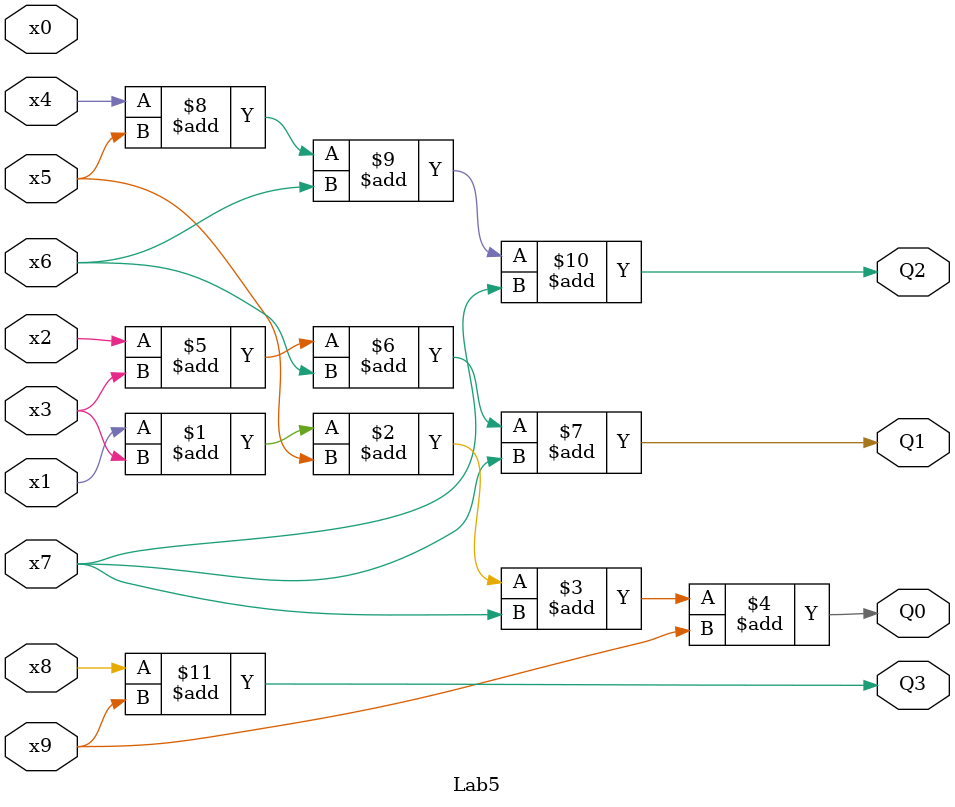
<source format=v>
module Lab5(x0, x1, x2, x3, x4, x5, x6, x7, x8, x9, Q0, Q1, Q2, Q3);
input x0, x1, x2, x3, x4, x5, x6, x7, x8, x9;
output Q0, Q1, Q2, Q3;
assign Q0 = x1 + x3 + x5 + x7 + x9;
assign Q1 = x2 + x3 + x6 + x7;
assign Q2 = x4 + x5 + x6 + x7;
assign Q3 = x8 + x9;
endmodule

</source>
